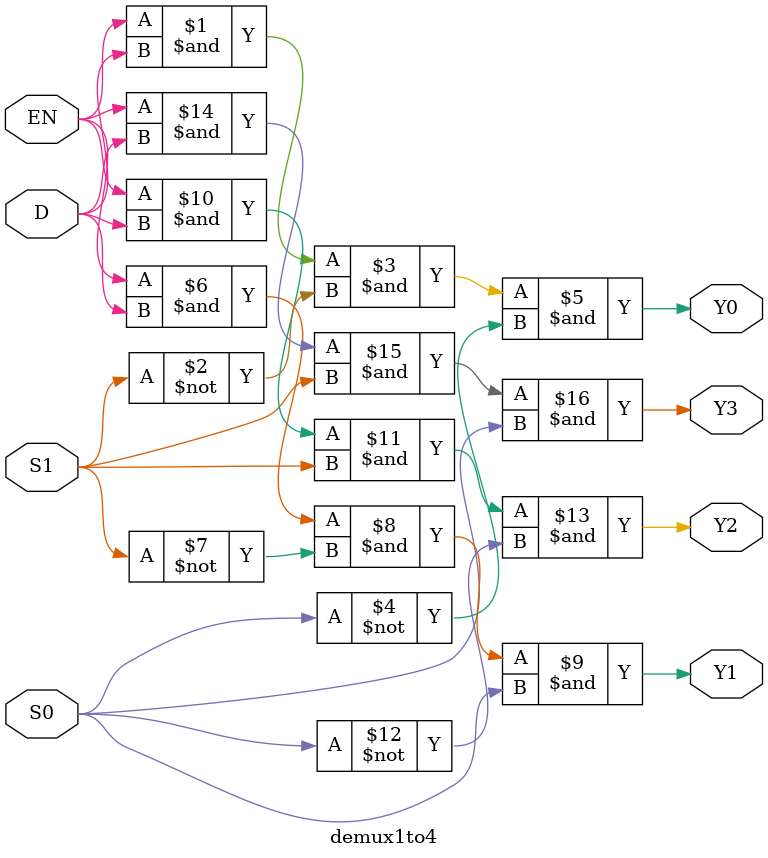
<source format=v>
module demux1to4 (
    input D,
    input S0,
    input S1,
    input EN,
    output Y0,
    output Y1,
    output Y2,
    output Y3
);
    assign Y0 = EN & D & ~S1 & ~S0;
    assign Y1 = EN & D & ~S1 & S0;
    assign Y2 = EN & D & S1 & ~S0;
    assign Y3 = EN & D & S1 & S0;
endmodule
</source>
